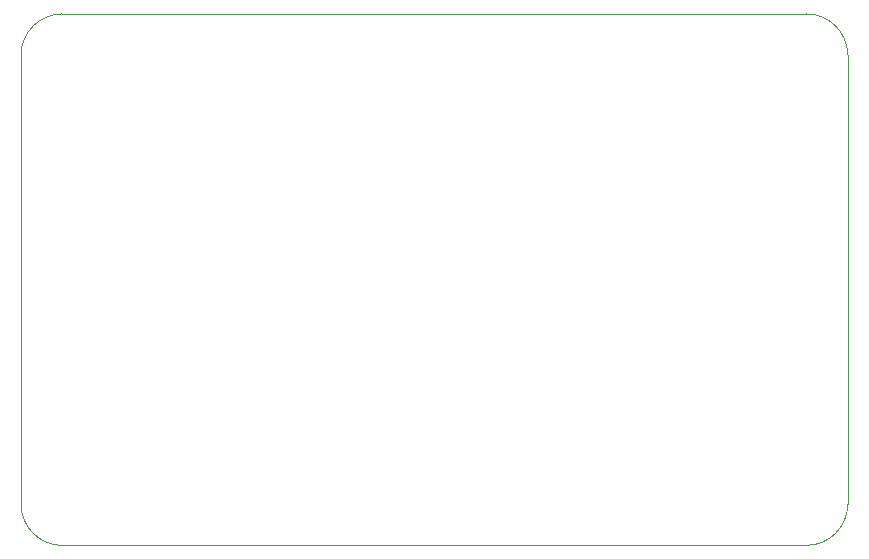
<source format=gbr>
%TF.GenerationSoftware,KiCad,Pcbnew,7.0.11-rc3*%
%TF.CreationDate,2025-03-16T23:30:22+08:00*%
%TF.ProjectId,SDC 2,53444320-322e-46b6-9963-61645f706362,rev?*%
%TF.SameCoordinates,Original*%
%TF.FileFunction,Profile,NP*%
%FSLAX46Y46*%
G04 Gerber Fmt 4.6, Leading zero omitted, Abs format (unit mm)*
G04 Created by KiCad (PCBNEW 7.0.11-rc3) date 2025-03-16 23:30:22*
%MOMM*%
%LPD*%
G01*
G04 APERTURE LIST*
%TA.AperFunction,Profile*%
%ADD10C,0.050000*%
%TD*%
G04 APERTURE END LIST*
D10*
X122999999Y-51500001D02*
G75*
G03*
X119499999Y-48000001I-3499999J1D01*
G01*
X119499999Y-92999999D02*
G75*
G03*
X122999999Y-89499999I1J3499999D01*
G01*
X122999999Y-51500001D02*
X122999999Y-89499999D01*
X53000000Y-89500000D02*
G75*
G03*
X56500000Y-93000000I3500000J0D01*
G01*
X56500000Y-48000000D02*
X119499999Y-48000000D01*
X53000000Y-89500000D02*
X53000000Y-51500000D01*
X119499999Y-92999999D02*
X56500000Y-92999999D01*
X56500000Y-48000000D02*
G75*
G03*
X53000000Y-51500000I0J-3500000D01*
G01*
M02*

</source>
